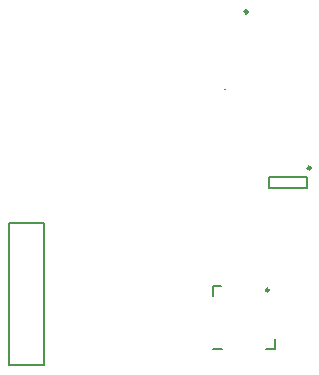
<source format=gto>
G04*
G04 #@! TF.GenerationSoftware,Altium Limited,Altium Designer,20.0.9 (164)*
G04*
G04 Layer_Color=65535*
%FSLAX25Y25*%
%MOIN*%
G70*
G01*
G75*
%ADD10C,0.00394*%
%ADD11C,0.00984*%
%ADD12C,0.00787*%
D10*
X240267Y236763D02*
G03*
X240267Y236763I-197J0D01*
G01*
D11*
X247736Y262598D02*
G03*
X247736Y262598I-492J0D01*
G01*
X268701Y210531D02*
G03*
X268701Y210531I-492J0D01*
G01*
X254823Y169783D02*
G03*
X254823Y169783I-492J0D01*
G01*
D12*
X168110Y144882D02*
X179921D01*
X168110D02*
Y192126D01*
X179921Y144882D02*
Y192126D01*
X168110D02*
X179921D01*
X254921Y207382D02*
X267520Y207382D01*
X254921Y203839D02*
X267520Y203839D01*
Y207382D01*
X254921Y203839D02*
Y207382D01*
X236122Y150197D02*
X239272D01*
X256890D02*
Y153347D01*
X253937Y150197D02*
X256890D01*
X236024Y171063D02*
X238976D01*
X236024Y167913D02*
Y171063D01*
M02*

</source>
